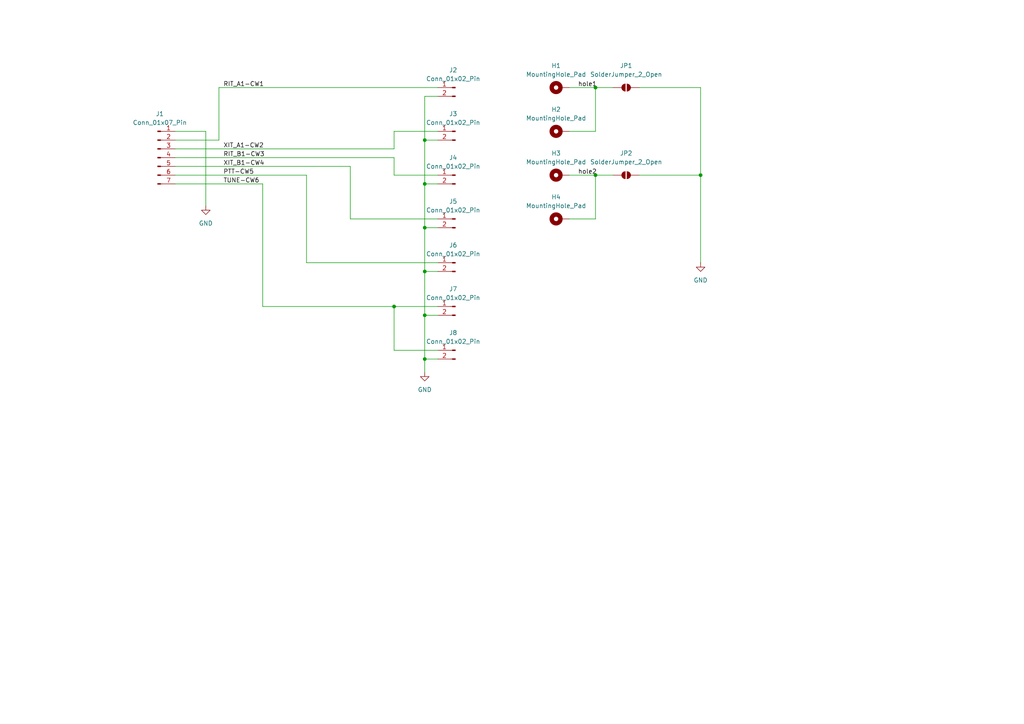
<source format=kicad_sch>
(kicad_sch (version 20231120) (generator "eeschema") (generator_version "8.0")
  (paper "A4")
  (lib_symbols
    (symbol "Connector:Conn_01x02_Pin" (pin_names (offset 1.016) hide)
      (property "Reference" "J" (at 0 2.54 0))
      (property "Value" "Conn_01x02_Pin" (at 0 -5.08 0))
      (symbol "Conn_01x02_Pin_1_1"
        (polyline (pts (xy 1.27 -2.54) (xy 0.8636 -2.54)) (stroke (width 0.1524)))
        (polyline (pts (xy 1.27 0) (xy 0.8636 0)) (stroke (width 0.1524)))
        (rectangle (start 0.8636 -2.413) (end 0 -2.667) (stroke (width 0.1524)) (fill (type outline)))
        (rectangle (start 0.8636 0.127) (end 0 -0.127) (stroke (width 0.1524)) (fill (type outline)))
        (pin passive line (at 5.08 0 180) (length 3.81) (name "Pin_1") (number "1"))
        (pin passive line (at 5.08 -2.54 180) (length 3.81) (name "Pin_2") (number "2"))
      )
    )
    (symbol "Connector:Conn_01x07_Pin" (pin_names (offset 1.016) hide)
      (property "Reference" "J" (at 0 10.16 0))
      (property "Value" "Conn_01x07_Pin" (at 0 -10.16 0))
      (symbol "Conn_01x07_Pin_1_1"
        (polyline (pts (xy 1.27 -7.62) (xy 0.8636 -7.62)) (stroke (width 0.1524)))
        (polyline (pts (xy 1.27 -5.08) (xy 0.8636 -5.08)) (stroke (width 0.1524)))
        (polyline (pts (xy 1.27 -2.54) (xy 0.8636 -2.54)) (stroke (width 0.1524)))
        (polyline (pts (xy 1.27 0) (xy 0.8636 0)) (stroke (width 0.1524)))
        (polyline (pts (xy 1.27 2.54) (xy 0.8636 2.54)) (stroke (width 0.1524)))
        (polyline (pts (xy 1.27 5.08) (xy 0.8636 5.08)) (stroke (width 0.1524)))
        (polyline (pts (xy 1.27 7.62) (xy 0.8636 7.62)) (stroke (width 0.1524)))
        (rectangle (start 0.8636 -7.493) (end 0 -7.747) (stroke (width 0.1524)) (fill (type outline)))
        (rectangle (start 0.8636 -4.953) (end 0 -5.207) (stroke (width 0.1524)) (fill (type outline)))
        (rectangle (start 0.8636 -2.413) (end 0 -2.667) (stroke (width 0.1524)) (fill (type outline)))
        (rectangle (start 0.8636 0.127) (end 0 -0.127) (stroke (width 0.1524)) (fill (type outline)))
        (rectangle (start 0.8636 2.667) (end 0 2.413) (stroke (width 0.1524)) (fill (type outline)))
        (rectangle (start 0.8636 5.207) (end 0 4.953) (stroke (width 0.1524)) (fill (type outline)))
        (rectangle (start 0.8636 7.747) (end 0 7.493) (stroke (width 0.1524)) (fill (type outline)))
        (pin passive line (at 5.08 7.62 180) (length 3.81) (name "Pin_1") (number "1"))
        (pin passive line (at 5.08 5.08 180) (length 3.81) (name "Pin_2") (number "2"))
        (pin passive line (at 5.08 2.54 180) (length 3.81) (name "Pin_3") (number "3"))
        (pin passive line (at 5.08 0 180) (length 3.81) (name "Pin_4") (number "4"))
        (pin passive line (at 5.08 -2.54 180) (length 3.81) (name "Pin_5") (number "5"))
        (pin passive line (at 5.08 -5.08 180) (length 3.81) (name "Pin_6") (number "6"))
        (pin passive line (at 5.08 -7.62 180) (length 3.81) (name "Pin_7") (number "7"))
      )
    )
    (symbol "Jumper:SolderJumper_2_Open" (pin_numbers hide) (pin_names (offset 0) hide) (exclude_from_sim yes) (in_bom no)
      (property "Reference" "JP" (at 0 2.032 0))
      (property "Value" "SolderJumper_2_Open" (at 0 -2.54 0))
      (symbol "SolderJumper_2_Open_0_1"
        (arc (start -0.254 1.016) (mid -1.2656 0) (end -0.254 -1.016))
        (arc (start -0.254 1.016) (mid -1.2656 0) (end -0.254 -1.016) (fill (type outline)))
        (polyline (pts (xy -0.254 1.016) (xy -0.254 -1.016)))
        (polyline (pts (xy 0.254 1.016) (xy 0.254 -1.016)))
        (arc (start 0.254 -1.016) (mid 1.2656 0) (end 0.254 1.016))
        (arc (start 0.254 -1.016) (mid 1.2656 0) (end 0.254 1.016) (fill (type outline)))
      )
      (symbol "SolderJumper_2_Open_1_1"
        (pin passive line (at -3.81 0 0) (length 2.54) (name "A") (number "1"))
        (pin passive line (at 3.81 0 180) (length 2.54) (name "B") (number "2"))
      )
    )
    (symbol "Mechanical:MountingHole_Pad" (pin_numbers hide) (pin_names (offset 1.016) hide) (exclude_from_sim yes) (in_bom no)
      (property "Reference" "H" (at 0 6.35 0))
      (property "Value" "MountingHole_Pad" (at 0 4.445 0))
      (symbol "MountingHole_Pad_0_1"
        (circle (center 0 1.27) (radius 1.27) (stroke (width 1.27)))
      )
      (symbol "MountingHole_Pad_1_1"
        (pin input line (at 0 -2.54 90) (length 2.54) (name "1") (number "1"))
      )
    )
    (symbol "power:GND" (power) (pin_numbers hide) (pin_names (offset 0) hide)
      (property "Value" "GND" (at 0 -3.81 0))
      (symbol "GND_0_1"
        (polyline (pts (xy 0 0) (xy 0 -1.27) (xy 1.27 -1.27) (xy 0 -2.54) (xy -1.27 -1.27) (xy 0 -1.27)))
      )
      (symbol "GND_1_1"
        (pin power_in line (at 0 0 270) (length 0) (name "~") (number "1"))
      )
    )
  )
  (junction (at 123.19 53.34))
  (junction (at 123.19 66.04))
  (junction (at 172.72 50.8))
  (junction (at 123.19 104.14))
  (junction (at 114.3 88.9))
  (junction (at 203.2 50.8))
  (junction (at 123.19 91.44))
  (junction (at 172.72 25.4))
  (junction (at 123.19 40.64))
  (junction (at 123.19 78.74))
  (wire (pts (xy 165.1 25.4) (xy 172.72 25.4)))
  (wire (pts (xy 123.19 91.44) (xy 123.19 104.14)))
  (wire (pts (xy 50.8 50.8) (xy 88.9 50.8)))
  (wire (pts (xy 172.72 25.4) (xy 177.8 25.4)))
  (wire (pts (xy 165.1 38.1) (xy 172.72 38.1)))
  (wire (pts (xy 172.72 63.5) (xy 172.72 50.8)))
  (wire (pts (xy 88.9 76.2) (xy 127 76.2)))
  (wire (pts (xy 76.2 88.9) (xy 114.3 88.9)))
  (wire (pts (xy 203.2 25.4) (xy 185.42 25.4)))
  (wire (pts (xy 50.8 53.34) (xy 76.2 53.34)))
  (wire (pts (xy 114.3 45.72) (xy 114.3 50.8)))
  (wire (pts (xy 123.19 78.74) (xy 123.19 91.44)))
  (wire (pts (xy 123.19 53.34) (xy 123.19 66.04)))
  (wire (pts (xy 76.2 53.34) (xy 76.2 88.9)))
  (wire (pts (xy 185.42 50.8) (xy 203.2 50.8)))
  (wire (pts (xy 127 101.6) (xy 114.3 101.6)))
  (wire (pts (xy 165.1 50.8) (xy 172.72 50.8)))
  (wire (pts (xy 50.8 48.26) (xy 101.6 48.26)))
  (wire (pts (xy 114.3 38.1) (xy 127 38.1)))
  (wire (pts (xy 88.9 50.8) (xy 88.9 76.2)))
  (wire (pts (xy 114.3 50.8) (xy 127 50.8)))
  (wire (pts (xy 172.72 50.8) (xy 177.8 50.8)))
  (wire (pts (xy 172.72 38.1) (xy 172.72 25.4)))
  (wire (pts (xy 50.8 45.72) (xy 114.3 45.72)))
  (wire (pts (xy 114.3 88.9) (xy 127 88.9)))
  (wire (pts (xy 63.5 25.4) (xy 127 25.4)))
  (wire (pts (xy 123.19 104.14) (xy 123.19 107.95)))
  (wire (pts (xy 165.1 63.5) (xy 172.72 63.5)))
  (wire (pts (xy 123.19 66.04) (xy 123.19 78.74)))
  (wire (pts (xy 123.19 78.74) (xy 127 78.74)))
  (wire (pts (xy 114.3 43.18) (xy 114.3 38.1)))
  (wire (pts (xy 203.2 25.4) (xy 203.2 50.8)))
  (wire (pts (xy 123.19 40.64) (xy 123.19 53.34)))
  (wire (pts (xy 63.5 25.4) (xy 63.5 40.64)))
  (wire (pts (xy 123.19 27.94) (xy 127 27.94)))
  (wire (pts (xy 50.8 43.18) (xy 114.3 43.18)))
  (wire (pts (xy 123.19 27.94) (xy 123.19 40.64)))
  (wire (pts (xy 123.19 53.34) (xy 127 53.34)))
  (wire (pts (xy 123.19 66.04) (xy 127 66.04)))
  (wire (pts (xy 123.19 91.44) (xy 127 91.44)))
  (wire (pts (xy 50.8 40.64) (xy 63.5 40.64)))
  (wire (pts (xy 127 104.14) (xy 123.19 104.14)))
  (wire (pts (xy 123.19 40.64) (xy 127 40.64)))
  (wire (pts (xy 203.2 50.8) (xy 203.2 76.2)) (stroke (width 0.1524)))
  (wire (pts (xy 114.3 101.6) (xy 114.3 88.9)))
  (wire (pts (xy 59.69 38.1) (xy 59.69 59.69)))
  (wire (pts (xy 101.6 63.5) (xy 127 63.5)))
  (wire (pts (xy 50.8 38.1) (xy 59.69 38.1)))
  (wire (pts (xy 101.6 48.26) (xy 101.6 63.5)))
  (label "TUNE-CW6" (at 64.77 53.34 0))
  (label "hole1" (at 167.64 25.4 0))
  (label "hole2" (at 167.64 50.8 0))
  (label "XIT_A1-CW2" (at 64.77 43.18 0))
  (label "RIT_A1-CW1" (at 64.77 25.4 0))
  (label "PTT-CW5" (at 64.77 50.8 0))
  (label "XIT_B1-CW4" (at 64.77 48.26 0))
  (label "RIT_B1-CW3" (at 64.77 45.72 0))
  (symbol (lib_id "Mechanical:MountingHole_Pad") (at 162.56 38.1 90) (unit 1) (exclude_from_sim yes) (in_bom no)
    (property "Reference" "H2" (at 161.29 31.75 90))
    (property "Value" "MountingHole_Pad" (at 161.29 34.29 90))
    (property "Footprint" "MountingHole:MountingHole_3.2mm_M3_DIN965_Pad" (effects (hide yes)))
    (property "Description" "Mounting Hole with connection" (effects (hide yes)))
  )
  (symbol (lib_id "Connector:Conn_01x02_Pin") (at 132.08 50.8 0) (mirror y) (unit 1)
    (property "Reference" "J4" (at 131.445 45.72 0))
    (property "Value" "Conn_01x02_Pin" (at 131.445 48.26 0))
    (property "Footprint" "Connector_Molex:Molex_KK-254_AE-6410-02A_1x02_P2.54mm_Vertical" (effects (hide yes)))
    (property "Description" "Generic connector, single row, 01x02, script generated" (effects (hide yes)))
  )
  (symbol (lib_id "Mechanical:MountingHole_Pad") (at 162.56 25.4 90) (unit 1) (exclude_from_sim yes) (in_bom no)
    (property "Reference" "H1" (at 161.29 19.05 90))
    (property "Value" "MountingHole_Pad" (at 161.29 21.59 90))
    (property "Footprint" "MountingHole:MountingHole_3.2mm_M3_DIN965_Pad" (effects (hide yes)))
    (property "Description" "Mounting Hole with connection" (effects (hide yes)))
  )
  (symbol (lib_id "Connector:Conn_01x02_Pin") (at 132.08 38.1 0) (mirror y) (unit 1)
    (property "Reference" "J3" (at 131.445 33.02 0))
    (property "Value" "Conn_01x02_Pin" (at 131.445 35.56 0))
    (property "Footprint" "Connector_Molex:Molex_KK-254_AE-6410-02A_1x02_P2.54mm_Vertical" (effects (hide yes)))
    (property "Description" "Generic connector, single row, 01x02, script generated" (effects (hide yes)))
  )
  (symbol (lib_id "Connector:Conn_01x02_Pin") (at 132.08 76.2 0) (mirror y) (unit 1)
    (property "Reference" "J6" (at 131.445 71.12 0))
    (property "Value" "Conn_01x02_Pin" (at 131.445 73.66 0))
    (property "Footprint" "Connector_Molex:Molex_KK-254_AE-6410-02A_1x02_P2.54mm_Vertical" (effects (hide yes)))
    (property "Description" "Generic connector, single row, 01x02, script generated" (effects (hide yes)))
  )
  (symbol (lib_id "power:GND") (at 123.19 107.95 0) (unit 1)
    (property "Reference" "#PWR02" (effects (hide yes)))
    (property "Value" "GND" (at 123.19 113.03 0))
    (property "Description" "Power symbol creates a global label with name \"GND\" , ground" (effects (hide yes)))
  )
  (symbol (lib_id "power:GND") (at 203.2 76.2 0) (unit 1)
    (property "Reference" "#PWR03" (effects (hide yes)))
    (property "Value" "GND" (at 203.2 81.28 0))
    (property "Description" "Power symbol creates a global label with name \"GND\" , ground" (effects (hide yes)))
  )
  (symbol (lib_id "power:GND") (at 59.69 59.69 0) (unit 1)
    (property "Reference" "#PWR01" (effects (hide yes)))
    (property "Value" "GND" (at 59.69 64.77 0))
    (property "Description" "Power symbol creates a global label with name \"GND\" , ground" (effects (hide yes)))
  )
  (symbol (lib_id "Jumper:SolderJumper_2_Open") (at 181.61 25.4 0) (unit 1) (exclude_from_sim yes) (in_bom no)
    (property "Reference" "JP1" (at 181.61 19.05 0))
    (property "Value" "SolderJumper_2_Open" (at 181.61 21.59 0))
    (property "Footprint" "Jumper:SolderJumper-2_P1.3mm_Open_TrianglePad1.0x1.5mm" (effects (hide yes)))
    (property "Description" "Solder Jumper, 2-pole, open" (effects (hide yes)))
  )
  (symbol (lib_id "Connector:Conn_01x02_Pin") (at 132.08 88.9 0) (mirror y) (unit 1)
    (property "Reference" "J7" (at 131.445 83.82 0))
    (property "Value" "Conn_01x02_Pin" (at 131.445 86.36 0))
    (property "Footprint" "Connector_Molex:Molex_KK-254_AE-6410-02A_1x02_P2.54mm_Vertical" (effects (hide yes)))
    (property "Description" "Generic connector, single row, 01x02, script generated" (effects (hide yes)))
  )
  (symbol (lib_id "Connector:Conn_01x02_Pin") (at 132.08 63.5 0) (mirror y) (unit 1)
    (property "Reference" "J5" (at 131.445 58.42 0))
    (property "Value" "Conn_01x02_Pin" (at 131.445 60.96 0))
    (property "Footprint" "Connector_Molex:Molex_KK-254_AE-6410-02A_1x02_P2.54mm_Vertical" (effects (hide yes)))
    (property "Description" "Generic connector, single row, 01x02, script generated" (effects (hide yes)))
  )
  (symbol (lib_id "Mechanical:MountingHole_Pad") (at 162.56 50.8 90) (unit 1) (exclude_from_sim yes) (in_bom no)
    (property "Reference" "H3" (at 161.29 44.45 90))
    (property "Value" "MountingHole_Pad" (at 161.29 46.99 90))
    (property "Footprint" "MountingHole:MountingHole_3.2mm_M3_DIN965_Pad" (effects (hide yes)))
    (property "Description" "Mounting Hole with connection" (effects (hide yes)))
  )
  (symbol (lib_id "Connector:Conn_01x02_Pin") (at 132.08 101.6 0) (mirror y) (unit 1)
    (property "Reference" "J8" (at 131.445 96.52 0))
    (property "Value" "Conn_01x02_Pin" (at 131.445 99.06 0))
    (property "Footprint" "Connector_Molex:Molex_KK-254_AE-6410-02A_1x02_P2.54mm_Vertical" (effects (hide yes)))
    (property "Description" "Generic connector, single row, 01x02, script generated" (effects (hide yes)))
  )
  (symbol (lib_id "Connector:Conn_01x02_Pin") (at 132.08 25.4 0) (mirror y) (unit 1)
    (property "Reference" "J2" (at 131.445 20.32 0))
    (property "Value" "Conn_01x02_Pin" (at 131.445 22.86 0))
    (property "Footprint" "Connector_Molex:Molex_KK-254_AE-6410-02A_1x02_P2.54mm_Vertical" (effects (hide yes)))
    (property "Description" "Generic connector, single row, 01x02, script generated" (effects (hide yes)))
  )
  (symbol (lib_id "Connector:Conn_01x07_Pin") (at 45.72 45.72 0) (unit 1)
    (property "Reference" "J1" (at 46.355 33.02 0))
    (property "Value" "Conn_01x07_Pin" (at 46.355 35.56 0))
    (property "Footprint" "Connector_Molex:Molex_KK-254_AE-6410-07A_1x07_P2.54mm_Vertical" (effects (hide yes)))
    (property "Description" "Generic connector, single row, 01x07, script generated" (effects (hide yes)))
  )
  (symbol (lib_id "Jumper:SolderJumper_2_Open") (at 181.61 50.8 0) (unit 1) (exclude_from_sim yes) (in_bom no)
    (property "Reference" "JP2" (at 181.61 44.45 0))
    (property "Value" "SolderJumper_2_Open" (at 181.61 46.99 0))
    (property "Footprint" "Jumper:SolderJumper-2_P1.3mm_Open_TrianglePad1.0x1.5mm" (effects (hide yes)))
    (property "Description" "Solder Jumper, 2-pole, open" (effects (hide yes)))
  )
  (symbol (lib_id "Mechanical:MountingHole_Pad") (at 162.56 63.5 90) (unit 1) (exclude_from_sim yes) (in_bom no)
    (property "Reference" "H4" (at 161.29 57.15 90))
    (property "Value" "MountingHole_Pad" (at 161.29 59.69 90))
    (property "Footprint" "MountingHole:MountingHole_3.2mm_M3_DIN965_Pad" (effects (hide yes)))
    (property "Description" "Mounting Hole with connection" (effects (hide yes)))
  )
)
</source>
